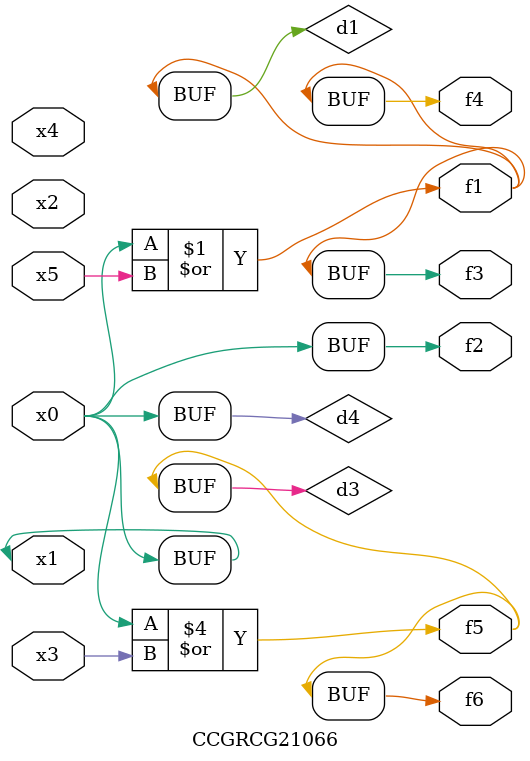
<source format=v>
module CCGRCG21066(
	input x0, x1, x2, x3, x4, x5,
	output f1, f2, f3, f4, f5, f6
);

	wire d1, d2, d3, d4;

	or (d1, x0, x5);
	xnor (d2, x1, x4);
	or (d3, x0, x3);
	buf (d4, x0, x1);
	assign f1 = d1;
	assign f2 = d4;
	assign f3 = d1;
	assign f4 = d1;
	assign f5 = d3;
	assign f6 = d3;
endmodule

</source>
